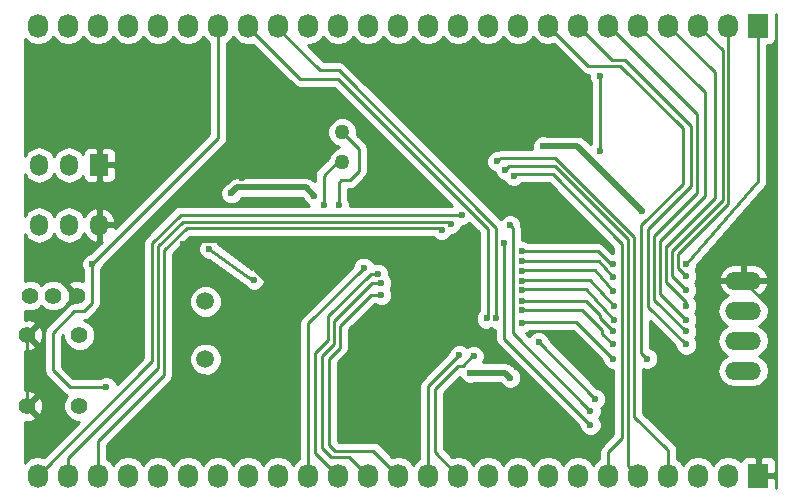
<source format=gbl>
G04 #@! TF.FileFunction,Copper,L2,Bot,Signal*
%FSLAX46Y46*%
G04 Gerber Fmt 4.6, Leading zero omitted, Abs format (unit mm)*
G04 Created by KiCad (PCBNEW 4.0.7-e2-6376~58~ubuntu14.04.1) date Sat Dec  9 10:48:14 2017*
%MOMM*%
%LPD*%
G01*
G04 APERTURE LIST*
%ADD10C,0.100000*%
%ADD11C,1.501140*%
%ADD12R,1.727200X2.032000*%
%ADD13O,1.727200X2.032000*%
%ADD14C,1.397000*%
%ADD15C,1.270000*%
%ADD16O,3.014980X1.506220*%
%ADD17C,1.400000*%
%ADD18R,1.524000X1.824000*%
%ADD19O,1.524000X1.824000*%
%ADD20C,0.600000*%
%ADD21C,0.500000*%
%ADD22C,0.250000*%
%ADD23C,0.254000*%
G04 APERTURE END LIST*
D10*
D11*
X131000000Y-99559060D03*
X131000000Y-104440940D03*
D12*
X177800000Y-76200000D03*
D13*
X175260000Y-76200000D03*
X172720000Y-76200000D03*
X170180000Y-76200000D03*
X167640000Y-76200000D03*
X165100000Y-76200000D03*
X162560000Y-76200000D03*
X160020000Y-76200000D03*
X157480000Y-76200000D03*
X154940000Y-76200000D03*
X152400000Y-76200000D03*
X149860000Y-76200000D03*
X147320000Y-76200000D03*
X144780000Y-76200000D03*
X142240000Y-76200000D03*
X139700000Y-76200000D03*
X137160000Y-76200000D03*
X134620000Y-76200000D03*
X132080000Y-76200000D03*
X129540000Y-76200000D03*
X127000000Y-76200000D03*
X124460000Y-76200000D03*
X121920000Y-76200000D03*
X119380000Y-76200000D03*
X116840000Y-76200000D03*
D12*
X177800000Y-114300000D03*
D13*
X175260000Y-114300000D03*
X172720000Y-114300000D03*
X170180000Y-114300000D03*
X167640000Y-114300000D03*
X165100000Y-114300000D03*
X162560000Y-114300000D03*
X160020000Y-114300000D03*
X157480000Y-114300000D03*
X154940000Y-114300000D03*
X152400000Y-114300000D03*
X149860000Y-114300000D03*
X147320000Y-114300000D03*
X144780000Y-114300000D03*
X142240000Y-114300000D03*
X139700000Y-114300000D03*
X137160000Y-114300000D03*
X134620000Y-114300000D03*
X132080000Y-114300000D03*
X129540000Y-114300000D03*
X127000000Y-114300000D03*
X124460000Y-114300000D03*
X121920000Y-114300000D03*
X119380000Y-114300000D03*
X116840000Y-114300000D03*
D14*
X115910000Y-102410000D03*
X120310000Y-102410000D03*
X115910000Y-108410000D03*
X120310000Y-108410000D03*
D15*
X142600000Y-87770000D03*
X142600000Y-85230000D03*
D16*
X176530000Y-97790000D03*
X176530000Y-105410000D03*
X176530000Y-102870000D03*
X176530000Y-100330000D03*
D17*
X120110000Y-99060000D03*
X118110000Y-99060000D03*
X116110000Y-99060000D03*
D18*
X122000000Y-88000000D03*
D19*
X122000000Y-93080000D03*
X119460000Y-88000000D03*
X119460000Y-93080000D03*
X116920000Y-88000000D03*
X116920000Y-93080000D03*
D20*
X158800000Y-82600000D03*
X150800000Y-82600000D03*
X136200000Y-79500000D03*
X150500000Y-100800000D03*
X153400000Y-100800000D03*
X164700000Y-94500000D03*
X160400000Y-91500000D03*
X146600000Y-88700000D03*
X148700000Y-89800000D03*
X149100000Y-95300000D03*
X153100000Y-93600000D03*
X140000000Y-88800000D03*
X134100000Y-89100000D03*
X136400000Y-98100000D03*
X129100000Y-94700000D03*
X135100000Y-94300000D03*
X153400000Y-105600000D03*
X156800000Y-106000000D03*
X168000000Y-91900000D03*
X159600000Y-86400000D03*
X164000000Y-107800000D03*
X159200000Y-103000000D03*
X133200000Y-90400000D03*
X140200000Y-90600000D03*
X135100000Y-97700000D03*
X131300000Y-95100000D03*
X141000000Y-91400000D03*
X142300000Y-91400000D03*
X157800000Y-95300000D03*
X165500000Y-96400000D03*
X171700000Y-96400000D03*
X165500000Y-97500000D03*
X171700000Y-97400000D03*
X157800000Y-96100000D03*
X171700000Y-98600000D03*
X165500000Y-98700000D03*
X157800000Y-97000000D03*
X157800000Y-97800000D03*
X165600000Y-99900000D03*
X171700000Y-99900000D03*
X171700000Y-101100000D03*
X165600000Y-101100000D03*
X157800000Y-98600000D03*
X171700000Y-102100000D03*
X165500000Y-102100000D03*
X157800000Y-99500000D03*
X157800000Y-100300000D03*
X165500000Y-103200000D03*
X171700000Y-103200000D03*
X157800000Y-101400000D03*
X165500000Y-104400000D03*
X168400000Y-104400000D03*
X164400000Y-80500000D03*
X164400000Y-86800000D03*
X155600000Y-101000000D03*
X154800000Y-101000000D03*
X122600000Y-106800000D03*
X121400000Y-96400000D03*
X163600000Y-108800000D03*
X156800000Y-93100000D03*
X163600000Y-110000000D03*
X156300000Y-94600000D03*
X155700000Y-87700000D03*
X156400000Y-88400000D03*
X157100000Y-88900000D03*
X153700000Y-104200000D03*
X152500000Y-104100000D03*
X145900000Y-99000000D03*
X145900000Y-98000000D03*
X145600000Y-97200000D03*
X144400000Y-96700000D03*
X151000000Y-93500000D03*
X151800000Y-93000000D03*
X152700000Y-92200000D03*
D21*
X158800000Y-82600000D02*
X150800000Y-82600000D01*
X136200000Y-79500000D02*
X140200000Y-83500000D01*
X140200000Y-83500000D02*
X143400000Y-83500000D01*
X143400000Y-83500000D02*
X146600000Y-86700000D01*
X146600000Y-86700000D02*
X146600000Y-88700000D01*
D22*
X153400000Y-100800000D02*
X150500000Y-100800000D01*
X177800000Y-114300000D02*
X177800000Y-108500000D01*
X177800000Y-108500000D02*
X178800000Y-107500000D01*
X178800000Y-107500000D02*
X178800000Y-100060000D01*
X178800000Y-100060000D02*
X176530000Y-97790000D01*
X163400000Y-94500000D02*
X164700000Y-94500000D01*
X160400000Y-91500000D02*
X163400000Y-94500000D01*
X147700000Y-89800000D02*
X148700000Y-89800000D01*
X146600000Y-88700000D02*
X147700000Y-89800000D01*
X151400000Y-95300000D02*
X149100000Y-95300000D01*
X153100000Y-93600000D02*
X151400000Y-95300000D01*
X134400000Y-88800000D02*
X140000000Y-88800000D01*
X134100000Y-89100000D02*
X134400000Y-88800000D01*
X135100000Y-94300000D02*
X135100000Y-96800000D01*
X135100000Y-96800000D02*
X136400000Y-98100000D01*
X129400000Y-94400000D02*
X129100000Y-94700000D01*
X135000000Y-94400000D02*
X129400000Y-94400000D01*
X135100000Y-94300000D02*
X135000000Y-94400000D01*
X115910000Y-102410000D02*
X115910000Y-108410000D01*
X120110000Y-99060000D02*
X120110000Y-99090000D01*
X120110000Y-99090000D02*
X118100000Y-101100000D01*
X117220000Y-101100000D02*
X115910000Y-102410000D01*
X118100000Y-101100000D02*
X117220000Y-101100000D01*
D21*
X153400000Y-105600000D02*
X156400000Y-105600000D01*
X156400000Y-105600000D02*
X156800000Y-106000000D01*
X168000000Y-91900000D02*
X162500000Y-86400000D01*
X162500000Y-86400000D02*
X159600000Y-86400000D01*
D22*
X164000000Y-107800000D02*
X164000000Y-107800000D01*
X159200000Y-103000000D02*
X164000000Y-107800000D01*
D21*
X133200000Y-90400000D02*
X133700000Y-89900000D01*
X133700000Y-89900000D02*
X139500000Y-89900000D01*
X139500000Y-89900000D02*
X140200000Y-90600000D01*
D22*
X134900000Y-97700000D02*
X135100000Y-97700000D01*
X131300000Y-95100000D02*
X134900000Y-97700000D01*
X141000000Y-88900000D02*
X142130000Y-87770000D01*
X141000000Y-91400000D02*
X141000000Y-88900000D01*
X142130000Y-87770000D02*
X142600000Y-87770000D01*
X144000000Y-86630000D02*
X142600000Y-85230000D01*
X144000000Y-88500000D02*
X144000000Y-86630000D01*
X143200000Y-89300000D02*
X144000000Y-88500000D01*
X142500000Y-89300000D02*
X143200000Y-89300000D01*
X142300000Y-89500000D02*
X142500000Y-89300000D01*
X142300000Y-91400000D02*
X142300000Y-89500000D01*
X157800000Y-95300000D02*
X164200000Y-95300000D01*
X164200000Y-95300000D02*
X165300000Y-96400000D01*
X165300000Y-96400000D02*
X165500000Y-96400000D01*
X171700000Y-96400000D02*
X177800000Y-89385000D01*
X177800000Y-76160000D02*
X177800000Y-89385000D01*
X171050000Y-95550000D02*
X171050000Y-96750000D01*
X157800000Y-96100000D02*
X164300000Y-96100000D01*
X164300000Y-96100000D02*
X165500000Y-97500000D01*
X171050000Y-95550000D02*
X175270367Y-91329633D01*
X175270367Y-91329633D02*
X175259931Y-76100000D01*
X171050000Y-96750000D02*
X171700000Y-97400000D01*
X157800000Y-96100000D02*
X157800000Y-96100000D01*
X170500000Y-95300000D02*
X170500000Y-97400000D01*
X170500000Y-95300000D02*
X174800000Y-91000000D01*
X174800000Y-91000000D02*
X174800000Y-78280000D01*
X174800000Y-78280000D02*
X172720000Y-76200000D01*
X170500000Y-97400000D02*
X171700000Y-98600000D01*
X164000000Y-96900000D02*
X165500000Y-98700000D01*
X157900000Y-96900000D02*
X164000000Y-96900000D01*
X157800000Y-97000000D02*
X157900000Y-96900000D01*
X170000000Y-94900000D02*
X170000000Y-97900000D01*
X170180000Y-76200000D02*
X174100000Y-80120000D01*
X174100000Y-90800000D02*
X174100000Y-80120000D01*
X170050000Y-94850000D02*
X174100000Y-90800000D01*
X170000000Y-94900000D02*
X170050000Y-94850000D01*
X171700000Y-99600000D02*
X171700000Y-99900000D01*
X170000000Y-97900000D02*
X171700000Y-99600000D01*
X157800000Y-97800000D02*
X157900000Y-97700000D01*
X157900000Y-97700000D02*
X163600000Y-97700000D01*
X163600000Y-97700000D02*
X165600000Y-99900000D01*
X171700000Y-99900000D02*
X171600000Y-99800000D01*
X169500000Y-94400000D02*
X169500000Y-98900000D01*
X167640000Y-76200000D02*
X173300000Y-81860000D01*
X173300000Y-90600000D02*
X173300000Y-81860000D01*
X169500000Y-94400000D02*
X173300000Y-90600000D01*
X169500000Y-98900000D02*
X171700000Y-101100000D01*
X171700000Y-101100000D02*
X171600000Y-101000000D01*
X163200000Y-98500000D02*
X165600000Y-101100000D01*
X157900000Y-98500000D02*
X163200000Y-98500000D01*
X157800000Y-98600000D02*
X157900000Y-98500000D01*
X172600000Y-83700000D02*
X165050000Y-76150000D01*
X172600000Y-90400000D02*
X172600000Y-83700000D01*
X169000000Y-94000000D02*
X172600000Y-90400000D01*
X169000000Y-99400000D02*
X169000000Y-94000000D01*
X171700000Y-102100000D02*
X169000000Y-99400000D01*
X164400000Y-101000000D02*
X165500000Y-102100000D01*
X164400000Y-100700000D02*
X164400000Y-101000000D01*
X163200000Y-99500000D02*
X164400000Y-100700000D01*
X157800000Y-99500000D02*
X163200000Y-99500000D01*
X166500000Y-79100000D02*
X165460000Y-79100000D01*
X157800000Y-100300000D02*
X162900000Y-100300000D01*
X162900000Y-100300000D02*
X164600000Y-102000000D01*
X164600000Y-102000000D02*
X164600000Y-102300000D01*
X164600000Y-102300000D02*
X165500000Y-103200000D01*
X171700000Y-103200000D02*
X168500000Y-100000000D01*
X168500000Y-100000000D02*
X168500000Y-93400000D01*
X168500000Y-93400000D02*
X172100000Y-89800000D01*
X172100000Y-89800000D02*
X172100000Y-84700000D01*
X172100000Y-84700000D02*
X166500000Y-79100000D01*
X165460000Y-79100000D02*
X162560000Y-76200000D01*
X164100000Y-79600000D02*
X163420000Y-79600000D01*
X157800000Y-101400000D02*
X157900000Y-101300000D01*
X157900000Y-101300000D02*
X162400000Y-101300000D01*
X162400000Y-101300000D02*
X165500000Y-104400000D01*
X168400000Y-104400000D02*
X167900000Y-103900000D01*
X167900000Y-103900000D02*
X167900000Y-93100000D01*
X167900000Y-93100000D02*
X171400000Y-89600000D01*
X171400000Y-89600000D02*
X171400000Y-84900000D01*
X171400000Y-84900000D02*
X166100000Y-79600000D01*
X166100000Y-79600000D02*
X164100000Y-79600000D01*
X163420000Y-79600000D02*
X160020000Y-76200000D01*
X164400000Y-86800000D02*
X164400000Y-80500000D01*
X140700000Y-80000000D02*
X137100000Y-76400000D01*
X142300000Y-80000000D02*
X140700000Y-80000000D01*
X155600000Y-93300000D02*
X142300000Y-80000000D01*
X155600000Y-101000000D02*
X155600000Y-93300000D01*
X139000000Y-80700000D02*
X134600000Y-76300000D01*
X142200000Y-80700000D02*
X139000000Y-80700000D01*
X154900000Y-93400000D02*
X142200000Y-80700000D01*
X154900000Y-100900000D02*
X154900000Y-93400000D01*
X154800000Y-101000000D02*
X154900000Y-100900000D01*
X121400000Y-99700000D02*
X121400000Y-96400000D01*
X120700000Y-100400000D02*
X121400000Y-99700000D01*
X119900000Y-100400000D02*
X120700000Y-100400000D01*
X118100000Y-102200000D02*
X119900000Y-100400000D01*
X118100000Y-105400000D02*
X118100000Y-102200000D01*
X119500000Y-106800000D02*
X118100000Y-105400000D01*
X122600000Y-106800000D02*
X119500000Y-106800000D01*
X132080000Y-85720000D02*
X132080000Y-76130000D01*
X121400000Y-96400000D02*
X132080000Y-85720000D01*
X157000000Y-102200000D02*
X163600000Y-108800000D01*
X157000000Y-93300000D02*
X157000000Y-102200000D01*
X156800000Y-93100000D02*
X157000000Y-93300000D01*
X156300000Y-102700000D02*
X163600000Y-110000000D01*
X156300000Y-94600000D02*
X156300000Y-102700000D01*
X156300000Y-94600000D02*
X156300000Y-94600000D01*
X170180000Y-114300000D02*
X170180000Y-112180000D01*
X155700000Y-87700000D02*
X156000000Y-87400000D01*
X156000000Y-87400000D02*
X160600000Y-87400000D01*
X160600000Y-87400000D02*
X167300000Y-94100000D01*
X167300000Y-94100000D02*
X167300000Y-109300000D01*
X167300000Y-109300000D02*
X170000000Y-112000000D01*
X170180000Y-112180000D02*
X170000000Y-112000000D01*
X166800000Y-112600000D02*
X166800000Y-113460000D01*
X166800000Y-94300000D02*
X166800000Y-112600000D01*
X160600000Y-88100000D02*
X166800000Y-94300000D01*
X156700000Y-88100000D02*
X160600000Y-88100000D01*
X156400000Y-88400000D02*
X156700000Y-88100000D01*
X166800000Y-113460000D02*
X167640000Y-114300000D01*
X166960000Y-113620000D02*
X167640000Y-114300000D01*
X165100000Y-112300000D02*
X165100000Y-114300000D01*
X166300000Y-111100000D02*
X165100000Y-112300000D01*
X166300000Y-94700000D02*
X166300000Y-111100000D01*
X160400000Y-88800000D02*
X166300000Y-94700000D01*
X157200000Y-88800000D02*
X160400000Y-88800000D01*
X157100000Y-88900000D02*
X157200000Y-88800000D01*
X153700000Y-104200000D02*
X153600000Y-104200000D01*
X150400000Y-112300000D02*
X152400000Y-114300000D01*
X150400000Y-107000000D02*
X150400000Y-112300000D01*
X152400000Y-105000000D02*
X150400000Y-107000000D01*
X152800000Y-105000000D02*
X152400000Y-105000000D01*
X153600000Y-104200000D02*
X152800000Y-105000000D01*
X149860000Y-106740000D02*
X149860000Y-114300000D01*
X152500000Y-104100000D02*
X149860000Y-106740000D01*
X145900000Y-99000000D02*
X145000000Y-99000000D01*
X145220000Y-112200000D02*
X147320000Y-114300000D01*
X142000000Y-112200000D02*
X145220000Y-112200000D01*
X141500000Y-111700000D02*
X142000000Y-112200000D01*
X141500000Y-104400000D02*
X141500000Y-111700000D01*
X142400000Y-103500000D02*
X141500000Y-104400000D01*
X142400000Y-101600000D02*
X142400000Y-103500000D01*
X145000000Y-99000000D02*
X142400000Y-101600000D01*
X145900000Y-98000000D02*
X145100000Y-98000000D01*
X143180000Y-112700000D02*
X144780000Y-114300000D01*
X141600000Y-112700000D02*
X143180000Y-112700000D01*
X140900000Y-112000000D02*
X141600000Y-112700000D01*
X140900000Y-104200000D02*
X140900000Y-112000000D01*
X141900000Y-103200000D02*
X140900000Y-104200000D01*
X141900000Y-101200000D02*
X141900000Y-103200000D01*
X145100000Y-98000000D02*
X141900000Y-101200000D01*
X145600000Y-97200000D02*
X145000000Y-97200000D01*
X140300000Y-112360000D02*
X142240000Y-114300000D01*
X140300000Y-103900000D02*
X140300000Y-112360000D01*
X141400000Y-102800000D02*
X140300000Y-103900000D01*
X141400000Y-100800000D02*
X141400000Y-102800000D01*
X145000000Y-97200000D02*
X141400000Y-100800000D01*
X139700000Y-101400000D02*
X139700000Y-114300000D01*
X144400000Y-96700000D02*
X139700000Y-101400000D01*
X121920000Y-111380000D02*
X121920000Y-114300000D01*
X127500000Y-105800000D02*
X121920000Y-111380000D01*
X127500000Y-95200000D02*
X127500000Y-105800000D01*
X129400000Y-93300000D02*
X127500000Y-95200000D01*
X150800000Y-93300000D02*
X129400000Y-93300000D01*
X151000000Y-93500000D02*
X150800000Y-93300000D01*
X119380000Y-112820000D02*
X119380000Y-114300000D01*
X127000000Y-105200000D02*
X119380000Y-112820000D01*
X127000000Y-94900000D02*
X127000000Y-105200000D01*
X129100000Y-92800000D02*
X127000000Y-94900000D01*
X151600000Y-92800000D02*
X129100000Y-92800000D01*
X151800000Y-93000000D02*
X151600000Y-92800000D01*
X126500000Y-104640000D02*
X116840000Y-114300000D01*
X126500000Y-94600000D02*
X126500000Y-104640000D01*
X128900000Y-92200000D02*
X126500000Y-94600000D01*
X152800000Y-92200000D02*
X128900000Y-92200000D01*
D23*
G36*
X179315000Y-115315000D02*
X179298600Y-115315000D01*
X179298600Y-114585750D01*
X179139850Y-114427000D01*
X177927000Y-114427000D01*
X177927000Y-114447000D01*
X177673000Y-114447000D01*
X177673000Y-114427000D01*
X177653000Y-114427000D01*
X177653000Y-114173000D01*
X177673000Y-114173000D01*
X177673000Y-112807750D01*
X177927000Y-112807750D01*
X177927000Y-114173000D01*
X179139850Y-114173000D01*
X179298600Y-114014250D01*
X179298600Y-113157691D01*
X179201927Y-112924302D01*
X179023299Y-112745673D01*
X178789910Y-112649000D01*
X178085750Y-112649000D01*
X177927000Y-112807750D01*
X177673000Y-112807750D01*
X177514250Y-112649000D01*
X176810090Y-112649000D01*
X176576701Y-112745673D01*
X176398073Y-112924302D01*
X176334500Y-113077780D01*
X176319670Y-113055585D01*
X175833489Y-112730729D01*
X175260000Y-112616655D01*
X174686511Y-112730729D01*
X174200330Y-113055585D01*
X173990000Y-113370366D01*
X173779670Y-113055585D01*
X173293489Y-112730729D01*
X172720000Y-112616655D01*
X172146511Y-112730729D01*
X171660330Y-113055585D01*
X171450000Y-113370366D01*
X171239670Y-113055585D01*
X170940000Y-112855352D01*
X170940000Y-112180000D01*
X170882148Y-111889161D01*
X170882148Y-111889160D01*
X170717401Y-111642599D01*
X168060000Y-108985198D01*
X168060000Y-105271223D01*
X168213201Y-105334838D01*
X168585167Y-105335162D01*
X168928943Y-105193117D01*
X169192192Y-104930327D01*
X169334838Y-104586799D01*
X169335162Y-104214833D01*
X169193117Y-103871057D01*
X168930327Y-103607808D01*
X168660000Y-103495558D01*
X168660000Y-101234802D01*
X170764878Y-103339680D01*
X170764838Y-103385167D01*
X170906883Y-103728943D01*
X171169673Y-103992192D01*
X171513201Y-104134838D01*
X171885167Y-104135162D01*
X172228943Y-103993117D01*
X172492192Y-103730327D01*
X172634838Y-103386799D01*
X172635162Y-103014833D01*
X172493117Y-102671057D01*
X172472290Y-102650194D01*
X172492192Y-102630327D01*
X172634838Y-102286799D01*
X172635162Y-101914833D01*
X172504931Y-101599649D01*
X172634838Y-101286799D01*
X172635162Y-100914833D01*
X172493117Y-100571057D01*
X172422290Y-100500107D01*
X172492192Y-100430327D01*
X172533851Y-100330000D01*
X174345536Y-100330000D01*
X174451200Y-100861207D01*
X174752104Y-101311542D01*
X175183812Y-101600000D01*
X174752104Y-101888458D01*
X174451200Y-102338793D01*
X174345536Y-102870000D01*
X174451200Y-103401207D01*
X174752104Y-103851542D01*
X175183812Y-104140000D01*
X174752104Y-104428458D01*
X174451200Y-104878793D01*
X174345536Y-105410000D01*
X174451200Y-105941207D01*
X174752104Y-106391542D01*
X175202439Y-106692446D01*
X175733646Y-106798110D01*
X177326354Y-106798110D01*
X177857561Y-106692446D01*
X178307896Y-106391542D01*
X178608800Y-105941207D01*
X178714464Y-105410000D01*
X178608800Y-104878793D01*
X178307896Y-104428458D01*
X177876188Y-104140000D01*
X178307896Y-103851542D01*
X178608800Y-103401207D01*
X178714464Y-102870000D01*
X178608800Y-102338793D01*
X178307896Y-101888458D01*
X177876188Y-101600000D01*
X178307896Y-101311542D01*
X178608800Y-100861207D01*
X178714464Y-100330000D01*
X178608800Y-99798793D01*
X178307896Y-99348458D01*
X177857561Y-99047554D01*
X177854694Y-99046984D01*
X177932919Y-99023846D01*
X178355724Y-98681740D01*
X178615427Y-98203875D01*
X178629783Y-98131674D01*
X178507162Y-97917000D01*
X176657000Y-97917000D01*
X176657000Y-97937000D01*
X176403000Y-97937000D01*
X176403000Y-97917000D01*
X174552838Y-97917000D01*
X174430217Y-98131674D01*
X174444573Y-98203875D01*
X174704276Y-98681740D01*
X175127081Y-99023846D01*
X175205306Y-99046984D01*
X175202439Y-99047554D01*
X174752104Y-99348458D01*
X174451200Y-99798793D01*
X174345536Y-100330000D01*
X172533851Y-100330000D01*
X172634838Y-100086799D01*
X172635162Y-99714833D01*
X172493117Y-99371057D01*
X172372290Y-99250019D01*
X172492192Y-99130327D01*
X172634838Y-98786799D01*
X172635162Y-98414833D01*
X172493117Y-98071057D01*
X172422290Y-98000107D01*
X172492192Y-97930327D01*
X172634838Y-97586799D01*
X172634958Y-97448326D01*
X174430217Y-97448326D01*
X174552838Y-97663000D01*
X176403000Y-97663000D01*
X176403000Y-96401890D01*
X176657000Y-96401890D01*
X176657000Y-97663000D01*
X178507162Y-97663000D01*
X178629783Y-97448326D01*
X178615427Y-97376125D01*
X178355724Y-96898260D01*
X177932919Y-96556154D01*
X177411380Y-96401890D01*
X176657000Y-96401890D01*
X176403000Y-96401890D01*
X175648620Y-96401890D01*
X175127081Y-96556154D01*
X174704276Y-96898260D01*
X174444573Y-97376125D01*
X174430217Y-97448326D01*
X172634958Y-97448326D01*
X172635162Y-97214833D01*
X172504931Y-96899649D01*
X172634838Y-96586799D01*
X172634928Y-96483053D01*
X178373500Y-89883696D01*
X178434204Y-89777524D01*
X178502148Y-89675839D01*
X178507379Y-89649542D01*
X178520687Y-89626266D01*
X178536140Y-89504951D01*
X178560000Y-89385000D01*
X178560000Y-77863440D01*
X178663600Y-77863440D01*
X178898917Y-77819162D01*
X179115041Y-77680090D01*
X179260031Y-77467890D01*
X179311040Y-77216000D01*
X179311040Y-75185000D01*
X179315000Y-75185000D01*
X179315000Y-115315000D01*
X179315000Y-115315000D01*
G37*
X179315000Y-115315000D02*
X179298600Y-115315000D01*
X179298600Y-114585750D01*
X179139850Y-114427000D01*
X177927000Y-114427000D01*
X177927000Y-114447000D01*
X177673000Y-114447000D01*
X177673000Y-114427000D01*
X177653000Y-114427000D01*
X177653000Y-114173000D01*
X177673000Y-114173000D01*
X177673000Y-112807750D01*
X177927000Y-112807750D01*
X177927000Y-114173000D01*
X179139850Y-114173000D01*
X179298600Y-114014250D01*
X179298600Y-113157691D01*
X179201927Y-112924302D01*
X179023299Y-112745673D01*
X178789910Y-112649000D01*
X178085750Y-112649000D01*
X177927000Y-112807750D01*
X177673000Y-112807750D01*
X177514250Y-112649000D01*
X176810090Y-112649000D01*
X176576701Y-112745673D01*
X176398073Y-112924302D01*
X176334500Y-113077780D01*
X176319670Y-113055585D01*
X175833489Y-112730729D01*
X175260000Y-112616655D01*
X174686511Y-112730729D01*
X174200330Y-113055585D01*
X173990000Y-113370366D01*
X173779670Y-113055585D01*
X173293489Y-112730729D01*
X172720000Y-112616655D01*
X172146511Y-112730729D01*
X171660330Y-113055585D01*
X171450000Y-113370366D01*
X171239670Y-113055585D01*
X170940000Y-112855352D01*
X170940000Y-112180000D01*
X170882148Y-111889161D01*
X170882148Y-111889160D01*
X170717401Y-111642599D01*
X168060000Y-108985198D01*
X168060000Y-105271223D01*
X168213201Y-105334838D01*
X168585167Y-105335162D01*
X168928943Y-105193117D01*
X169192192Y-104930327D01*
X169334838Y-104586799D01*
X169335162Y-104214833D01*
X169193117Y-103871057D01*
X168930327Y-103607808D01*
X168660000Y-103495558D01*
X168660000Y-101234802D01*
X170764878Y-103339680D01*
X170764838Y-103385167D01*
X170906883Y-103728943D01*
X171169673Y-103992192D01*
X171513201Y-104134838D01*
X171885167Y-104135162D01*
X172228943Y-103993117D01*
X172492192Y-103730327D01*
X172634838Y-103386799D01*
X172635162Y-103014833D01*
X172493117Y-102671057D01*
X172472290Y-102650194D01*
X172492192Y-102630327D01*
X172634838Y-102286799D01*
X172635162Y-101914833D01*
X172504931Y-101599649D01*
X172634838Y-101286799D01*
X172635162Y-100914833D01*
X172493117Y-100571057D01*
X172422290Y-100500107D01*
X172492192Y-100430327D01*
X172533851Y-100330000D01*
X174345536Y-100330000D01*
X174451200Y-100861207D01*
X174752104Y-101311542D01*
X175183812Y-101600000D01*
X174752104Y-101888458D01*
X174451200Y-102338793D01*
X174345536Y-102870000D01*
X174451200Y-103401207D01*
X174752104Y-103851542D01*
X175183812Y-104140000D01*
X174752104Y-104428458D01*
X174451200Y-104878793D01*
X174345536Y-105410000D01*
X174451200Y-105941207D01*
X174752104Y-106391542D01*
X175202439Y-106692446D01*
X175733646Y-106798110D01*
X177326354Y-106798110D01*
X177857561Y-106692446D01*
X178307896Y-106391542D01*
X178608800Y-105941207D01*
X178714464Y-105410000D01*
X178608800Y-104878793D01*
X178307896Y-104428458D01*
X177876188Y-104140000D01*
X178307896Y-103851542D01*
X178608800Y-103401207D01*
X178714464Y-102870000D01*
X178608800Y-102338793D01*
X178307896Y-101888458D01*
X177876188Y-101600000D01*
X178307896Y-101311542D01*
X178608800Y-100861207D01*
X178714464Y-100330000D01*
X178608800Y-99798793D01*
X178307896Y-99348458D01*
X177857561Y-99047554D01*
X177854694Y-99046984D01*
X177932919Y-99023846D01*
X178355724Y-98681740D01*
X178615427Y-98203875D01*
X178629783Y-98131674D01*
X178507162Y-97917000D01*
X176657000Y-97917000D01*
X176657000Y-97937000D01*
X176403000Y-97937000D01*
X176403000Y-97917000D01*
X174552838Y-97917000D01*
X174430217Y-98131674D01*
X174444573Y-98203875D01*
X174704276Y-98681740D01*
X175127081Y-99023846D01*
X175205306Y-99046984D01*
X175202439Y-99047554D01*
X174752104Y-99348458D01*
X174451200Y-99798793D01*
X174345536Y-100330000D01*
X172533851Y-100330000D01*
X172634838Y-100086799D01*
X172635162Y-99714833D01*
X172493117Y-99371057D01*
X172372290Y-99250019D01*
X172492192Y-99130327D01*
X172634838Y-98786799D01*
X172635162Y-98414833D01*
X172493117Y-98071057D01*
X172422290Y-98000107D01*
X172492192Y-97930327D01*
X172634838Y-97586799D01*
X172634958Y-97448326D01*
X174430217Y-97448326D01*
X174552838Y-97663000D01*
X176403000Y-97663000D01*
X176403000Y-96401890D01*
X176657000Y-96401890D01*
X176657000Y-97663000D01*
X178507162Y-97663000D01*
X178629783Y-97448326D01*
X178615427Y-97376125D01*
X178355724Y-96898260D01*
X177932919Y-96556154D01*
X177411380Y-96401890D01*
X176657000Y-96401890D01*
X176403000Y-96401890D01*
X175648620Y-96401890D01*
X175127081Y-96556154D01*
X174704276Y-96898260D01*
X174444573Y-97376125D01*
X174430217Y-97448326D01*
X172634958Y-97448326D01*
X172635162Y-97214833D01*
X172504931Y-96899649D01*
X172634838Y-96586799D01*
X172634928Y-96483053D01*
X178373500Y-89883696D01*
X178434204Y-89777524D01*
X178502148Y-89675839D01*
X178507379Y-89649542D01*
X178520687Y-89626266D01*
X178536140Y-89504951D01*
X178560000Y-89385000D01*
X178560000Y-77863440D01*
X178663600Y-77863440D01*
X178898917Y-77819162D01*
X179115041Y-77680090D01*
X179260031Y-77467890D01*
X179311040Y-77216000D01*
X179311040Y-75185000D01*
X179315000Y-75185000D01*
X179315000Y-115315000D01*
G36*
X154140000Y-93714802D02*
X154140000Y-100337711D01*
X154007808Y-100469673D01*
X153865162Y-100813201D01*
X153864838Y-101185167D01*
X154006883Y-101528943D01*
X154269673Y-101792192D01*
X154613201Y-101934838D01*
X154985167Y-101935162D01*
X155200104Y-101846352D01*
X155413201Y-101934838D01*
X155540000Y-101934948D01*
X155540000Y-102700000D01*
X155597852Y-102990839D01*
X155762599Y-103237401D01*
X162664878Y-110139680D01*
X162664838Y-110185167D01*
X162806883Y-110528943D01*
X163069673Y-110792192D01*
X163413201Y-110934838D01*
X163785167Y-110935162D01*
X164128943Y-110793117D01*
X164392192Y-110530327D01*
X164534838Y-110186799D01*
X164535162Y-109814833D01*
X164393117Y-109471057D01*
X164322290Y-109400107D01*
X164392192Y-109330327D01*
X164534838Y-108986799D01*
X164535162Y-108614833D01*
X164526591Y-108594089D01*
X164528943Y-108593117D01*
X164792192Y-108330327D01*
X164934838Y-107986799D01*
X164935162Y-107614833D01*
X164793117Y-107271057D01*
X164530327Y-107007808D01*
X164186799Y-106865162D01*
X164139923Y-106865121D01*
X160135122Y-102860320D01*
X160135162Y-102814833D01*
X159993117Y-102471057D01*
X159730327Y-102207808D01*
X159386799Y-102065162D01*
X159014833Y-102064838D01*
X158671057Y-102206883D01*
X158407808Y-102469673D01*
X158389226Y-102514424D01*
X158144238Y-102269436D01*
X158328943Y-102193117D01*
X158462293Y-102060000D01*
X162085198Y-102060000D01*
X164564878Y-104539680D01*
X164564838Y-104585167D01*
X164706883Y-104928943D01*
X164969673Y-105192192D01*
X165313201Y-105334838D01*
X165540000Y-105335036D01*
X165540000Y-110785198D01*
X164562599Y-111762599D01*
X164397852Y-112009161D01*
X164340000Y-112300000D01*
X164340000Y-112855352D01*
X164040330Y-113055585D01*
X163830000Y-113370366D01*
X163619670Y-113055585D01*
X163133489Y-112730729D01*
X162560000Y-112616655D01*
X161986511Y-112730729D01*
X161500330Y-113055585D01*
X161290000Y-113370366D01*
X161079670Y-113055585D01*
X160593489Y-112730729D01*
X160020000Y-112616655D01*
X159446511Y-112730729D01*
X158960330Y-113055585D01*
X158750000Y-113370366D01*
X158539670Y-113055585D01*
X158053489Y-112730729D01*
X157480000Y-112616655D01*
X156906511Y-112730729D01*
X156420330Y-113055585D01*
X156210000Y-113370366D01*
X155999670Y-113055585D01*
X155513489Y-112730729D01*
X154940000Y-112616655D01*
X154366511Y-112730729D01*
X153880330Y-113055585D01*
X153670000Y-113370366D01*
X153459670Y-113055585D01*
X152973489Y-112730729D01*
X152400000Y-112616655D01*
X151892421Y-112717619D01*
X151160000Y-111985198D01*
X151160000Y-107314802D01*
X152530564Y-105944238D01*
X152606883Y-106128943D01*
X152869673Y-106392192D01*
X153213201Y-106534838D01*
X153585167Y-106535162D01*
X153706569Y-106485000D01*
X155988726Y-106485000D01*
X156006883Y-106528943D01*
X156269673Y-106792192D01*
X156613201Y-106934838D01*
X156985167Y-106935162D01*
X157328943Y-106793117D01*
X157592192Y-106530327D01*
X157734838Y-106186799D01*
X157735162Y-105814833D01*
X157593117Y-105471057D01*
X157330327Y-105207808D01*
X157209014Y-105157434D01*
X157025790Y-104974210D01*
X156958043Y-104928943D01*
X156738675Y-104782367D01*
X156682484Y-104771190D01*
X156400000Y-104714999D01*
X156399995Y-104715000D01*
X154498556Y-104715000D01*
X154634838Y-104386799D01*
X154635162Y-104014833D01*
X154493117Y-103671057D01*
X154230327Y-103407808D01*
X153886799Y-103265162D01*
X153514833Y-103264838D01*
X153171057Y-103406883D01*
X153150107Y-103427797D01*
X153030327Y-103307808D01*
X152686799Y-103165162D01*
X152314833Y-103164838D01*
X151971057Y-103306883D01*
X151707808Y-103569673D01*
X151565162Y-103913201D01*
X151565121Y-103960077D01*
X149322599Y-106202599D01*
X149157852Y-106449161D01*
X149100000Y-106740000D01*
X149100000Y-112855352D01*
X148800330Y-113055585D01*
X148590000Y-113370366D01*
X148379670Y-113055585D01*
X147893489Y-112730729D01*
X147320000Y-112616655D01*
X146812421Y-112717619D01*
X145757401Y-111662599D01*
X145510839Y-111497852D01*
X145220000Y-111440000D01*
X142314802Y-111440000D01*
X142260000Y-111385198D01*
X142260000Y-104714802D01*
X142937401Y-104037401D01*
X143102148Y-103790840D01*
X143160000Y-103500000D01*
X143160000Y-101914802D01*
X145314802Y-99760000D01*
X145337537Y-99760000D01*
X145369673Y-99792192D01*
X145713201Y-99934838D01*
X146085167Y-99935162D01*
X146428943Y-99793117D01*
X146692192Y-99530327D01*
X146834838Y-99186799D01*
X146835162Y-98814833D01*
X146704931Y-98499649D01*
X146834838Y-98186799D01*
X146835162Y-97814833D01*
X146693117Y-97471057D01*
X146534903Y-97312566D01*
X146535162Y-97014833D01*
X146393117Y-96671057D01*
X146130327Y-96407808D01*
X145786799Y-96265162D01*
X145414833Y-96264838D01*
X145258548Y-96329413D01*
X145193117Y-96171057D01*
X144930327Y-95907808D01*
X144586799Y-95765162D01*
X144214833Y-95764838D01*
X143871057Y-95906883D01*
X143607808Y-96169673D01*
X143465162Y-96513201D01*
X143465121Y-96560077D01*
X139162599Y-100862599D01*
X138997852Y-101109161D01*
X138940000Y-101400000D01*
X138940000Y-112855352D01*
X138640330Y-113055585D01*
X138430000Y-113370366D01*
X138219670Y-113055585D01*
X137733489Y-112730729D01*
X137160000Y-112616655D01*
X136586511Y-112730729D01*
X136100330Y-113055585D01*
X135890000Y-113370366D01*
X135679670Y-113055585D01*
X135193489Y-112730729D01*
X134620000Y-112616655D01*
X134046511Y-112730729D01*
X133560330Y-113055585D01*
X133350000Y-113370366D01*
X133139670Y-113055585D01*
X132653489Y-112730729D01*
X132080000Y-112616655D01*
X131506511Y-112730729D01*
X131020330Y-113055585D01*
X130810000Y-113370366D01*
X130599670Y-113055585D01*
X130113489Y-112730729D01*
X129540000Y-112616655D01*
X128966511Y-112730729D01*
X128480330Y-113055585D01*
X128270000Y-113370366D01*
X128059670Y-113055585D01*
X127573489Y-112730729D01*
X127000000Y-112616655D01*
X126426511Y-112730729D01*
X125940330Y-113055585D01*
X125730000Y-113370366D01*
X125519670Y-113055585D01*
X125033489Y-112730729D01*
X124460000Y-112616655D01*
X123886511Y-112730729D01*
X123400330Y-113055585D01*
X123190000Y-113370366D01*
X122979670Y-113055585D01*
X122680000Y-112855352D01*
X122680000Y-111694802D01*
X128037401Y-106337401D01*
X128202148Y-106090839D01*
X128260000Y-105800000D01*
X128260000Y-104715338D01*
X129614190Y-104715338D01*
X129824686Y-105224777D01*
X130214113Y-105614884D01*
X130723184Y-105826269D01*
X131274398Y-105826750D01*
X131783837Y-105616254D01*
X132173944Y-105226827D01*
X132385329Y-104717756D01*
X132385810Y-104166542D01*
X132175314Y-103657103D01*
X131785887Y-103266996D01*
X131276816Y-103055611D01*
X130725602Y-103055130D01*
X130216163Y-103265626D01*
X129826056Y-103655053D01*
X129614671Y-104164124D01*
X129614190Y-104715338D01*
X128260000Y-104715338D01*
X128260000Y-99833458D01*
X129614190Y-99833458D01*
X129824686Y-100342897D01*
X130214113Y-100733004D01*
X130723184Y-100944389D01*
X131274398Y-100944870D01*
X131783837Y-100734374D01*
X132173944Y-100344947D01*
X132385329Y-99835876D01*
X132385810Y-99284662D01*
X132175314Y-98775223D01*
X131785887Y-98385116D01*
X131276816Y-98173731D01*
X130725602Y-98173250D01*
X130216163Y-98383746D01*
X129826056Y-98773173D01*
X129614671Y-99282244D01*
X129614190Y-99833458D01*
X128260000Y-99833458D01*
X128260000Y-95514802D01*
X128489635Y-95285167D01*
X130364838Y-95285167D01*
X130506883Y-95628943D01*
X130769673Y-95892192D01*
X131113201Y-96034838D01*
X131296556Y-96034998D01*
X134295210Y-98200693D01*
X134306883Y-98228943D01*
X134569673Y-98492192D01*
X134913201Y-98634838D01*
X135285167Y-98635162D01*
X135628943Y-98493117D01*
X135892192Y-98230327D01*
X136034838Y-97886799D01*
X136035162Y-97514833D01*
X135893117Y-97171057D01*
X135630327Y-96907808D01*
X135286799Y-96765162D01*
X134914833Y-96764838D01*
X134907444Y-96767891D01*
X132189859Y-94805190D01*
X132093117Y-94571057D01*
X131830327Y-94307808D01*
X131486799Y-94165162D01*
X131114833Y-94164838D01*
X130771057Y-94306883D01*
X130507808Y-94569673D01*
X130365162Y-94913201D01*
X130364838Y-95285167D01*
X128489635Y-95285167D01*
X129714802Y-94060000D01*
X150237886Y-94060000D01*
X150469673Y-94292192D01*
X150813201Y-94434838D01*
X151185167Y-94435162D01*
X151528943Y-94293117D01*
X151792192Y-94030327D01*
X151831764Y-93935028D01*
X151985167Y-93935162D01*
X152328943Y-93793117D01*
X152592192Y-93530327D01*
X152734838Y-93186799D01*
X152734883Y-93135031D01*
X152885167Y-93135162D01*
X153228943Y-92993117D01*
X153323712Y-92898514D01*
X154140000Y-93714802D01*
X154140000Y-93714802D01*
G37*
X154140000Y-93714802D02*
X154140000Y-100337711D01*
X154007808Y-100469673D01*
X153865162Y-100813201D01*
X153864838Y-101185167D01*
X154006883Y-101528943D01*
X154269673Y-101792192D01*
X154613201Y-101934838D01*
X154985167Y-101935162D01*
X155200104Y-101846352D01*
X155413201Y-101934838D01*
X155540000Y-101934948D01*
X155540000Y-102700000D01*
X155597852Y-102990839D01*
X155762599Y-103237401D01*
X162664878Y-110139680D01*
X162664838Y-110185167D01*
X162806883Y-110528943D01*
X163069673Y-110792192D01*
X163413201Y-110934838D01*
X163785167Y-110935162D01*
X164128943Y-110793117D01*
X164392192Y-110530327D01*
X164534838Y-110186799D01*
X164535162Y-109814833D01*
X164393117Y-109471057D01*
X164322290Y-109400107D01*
X164392192Y-109330327D01*
X164534838Y-108986799D01*
X164535162Y-108614833D01*
X164526591Y-108594089D01*
X164528943Y-108593117D01*
X164792192Y-108330327D01*
X164934838Y-107986799D01*
X164935162Y-107614833D01*
X164793117Y-107271057D01*
X164530327Y-107007808D01*
X164186799Y-106865162D01*
X164139923Y-106865121D01*
X160135122Y-102860320D01*
X160135162Y-102814833D01*
X159993117Y-102471057D01*
X159730327Y-102207808D01*
X159386799Y-102065162D01*
X159014833Y-102064838D01*
X158671057Y-102206883D01*
X158407808Y-102469673D01*
X158389226Y-102514424D01*
X158144238Y-102269436D01*
X158328943Y-102193117D01*
X158462293Y-102060000D01*
X162085198Y-102060000D01*
X164564878Y-104539680D01*
X164564838Y-104585167D01*
X164706883Y-104928943D01*
X164969673Y-105192192D01*
X165313201Y-105334838D01*
X165540000Y-105335036D01*
X165540000Y-110785198D01*
X164562599Y-111762599D01*
X164397852Y-112009161D01*
X164340000Y-112300000D01*
X164340000Y-112855352D01*
X164040330Y-113055585D01*
X163830000Y-113370366D01*
X163619670Y-113055585D01*
X163133489Y-112730729D01*
X162560000Y-112616655D01*
X161986511Y-112730729D01*
X161500330Y-113055585D01*
X161290000Y-113370366D01*
X161079670Y-113055585D01*
X160593489Y-112730729D01*
X160020000Y-112616655D01*
X159446511Y-112730729D01*
X158960330Y-113055585D01*
X158750000Y-113370366D01*
X158539670Y-113055585D01*
X158053489Y-112730729D01*
X157480000Y-112616655D01*
X156906511Y-112730729D01*
X156420330Y-113055585D01*
X156210000Y-113370366D01*
X155999670Y-113055585D01*
X155513489Y-112730729D01*
X154940000Y-112616655D01*
X154366511Y-112730729D01*
X153880330Y-113055585D01*
X153670000Y-113370366D01*
X153459670Y-113055585D01*
X152973489Y-112730729D01*
X152400000Y-112616655D01*
X151892421Y-112717619D01*
X151160000Y-111985198D01*
X151160000Y-107314802D01*
X152530564Y-105944238D01*
X152606883Y-106128943D01*
X152869673Y-106392192D01*
X153213201Y-106534838D01*
X153585167Y-106535162D01*
X153706569Y-106485000D01*
X155988726Y-106485000D01*
X156006883Y-106528943D01*
X156269673Y-106792192D01*
X156613201Y-106934838D01*
X156985167Y-106935162D01*
X157328943Y-106793117D01*
X157592192Y-106530327D01*
X157734838Y-106186799D01*
X157735162Y-105814833D01*
X157593117Y-105471057D01*
X157330327Y-105207808D01*
X157209014Y-105157434D01*
X157025790Y-104974210D01*
X156958043Y-104928943D01*
X156738675Y-104782367D01*
X156682484Y-104771190D01*
X156400000Y-104714999D01*
X156399995Y-104715000D01*
X154498556Y-104715000D01*
X154634838Y-104386799D01*
X154635162Y-104014833D01*
X154493117Y-103671057D01*
X154230327Y-103407808D01*
X153886799Y-103265162D01*
X153514833Y-103264838D01*
X153171057Y-103406883D01*
X153150107Y-103427797D01*
X153030327Y-103307808D01*
X152686799Y-103165162D01*
X152314833Y-103164838D01*
X151971057Y-103306883D01*
X151707808Y-103569673D01*
X151565162Y-103913201D01*
X151565121Y-103960077D01*
X149322599Y-106202599D01*
X149157852Y-106449161D01*
X149100000Y-106740000D01*
X149100000Y-112855352D01*
X148800330Y-113055585D01*
X148590000Y-113370366D01*
X148379670Y-113055585D01*
X147893489Y-112730729D01*
X147320000Y-112616655D01*
X146812421Y-112717619D01*
X145757401Y-111662599D01*
X145510839Y-111497852D01*
X145220000Y-111440000D01*
X142314802Y-111440000D01*
X142260000Y-111385198D01*
X142260000Y-104714802D01*
X142937401Y-104037401D01*
X143102148Y-103790840D01*
X143160000Y-103500000D01*
X143160000Y-101914802D01*
X145314802Y-99760000D01*
X145337537Y-99760000D01*
X145369673Y-99792192D01*
X145713201Y-99934838D01*
X146085167Y-99935162D01*
X146428943Y-99793117D01*
X146692192Y-99530327D01*
X146834838Y-99186799D01*
X146835162Y-98814833D01*
X146704931Y-98499649D01*
X146834838Y-98186799D01*
X146835162Y-97814833D01*
X146693117Y-97471057D01*
X146534903Y-97312566D01*
X146535162Y-97014833D01*
X146393117Y-96671057D01*
X146130327Y-96407808D01*
X145786799Y-96265162D01*
X145414833Y-96264838D01*
X145258548Y-96329413D01*
X145193117Y-96171057D01*
X144930327Y-95907808D01*
X144586799Y-95765162D01*
X144214833Y-95764838D01*
X143871057Y-95906883D01*
X143607808Y-96169673D01*
X143465162Y-96513201D01*
X143465121Y-96560077D01*
X139162599Y-100862599D01*
X138997852Y-101109161D01*
X138940000Y-101400000D01*
X138940000Y-112855352D01*
X138640330Y-113055585D01*
X138430000Y-113370366D01*
X138219670Y-113055585D01*
X137733489Y-112730729D01*
X137160000Y-112616655D01*
X136586511Y-112730729D01*
X136100330Y-113055585D01*
X135890000Y-113370366D01*
X135679670Y-113055585D01*
X135193489Y-112730729D01*
X134620000Y-112616655D01*
X134046511Y-112730729D01*
X133560330Y-113055585D01*
X133350000Y-113370366D01*
X133139670Y-113055585D01*
X132653489Y-112730729D01*
X132080000Y-112616655D01*
X131506511Y-112730729D01*
X131020330Y-113055585D01*
X130810000Y-113370366D01*
X130599670Y-113055585D01*
X130113489Y-112730729D01*
X129540000Y-112616655D01*
X128966511Y-112730729D01*
X128480330Y-113055585D01*
X128270000Y-113370366D01*
X128059670Y-113055585D01*
X127573489Y-112730729D01*
X127000000Y-112616655D01*
X126426511Y-112730729D01*
X125940330Y-113055585D01*
X125730000Y-113370366D01*
X125519670Y-113055585D01*
X125033489Y-112730729D01*
X124460000Y-112616655D01*
X123886511Y-112730729D01*
X123400330Y-113055585D01*
X123190000Y-113370366D01*
X122979670Y-113055585D01*
X122680000Y-112855352D01*
X122680000Y-111694802D01*
X128037401Y-106337401D01*
X128202148Y-106090839D01*
X128260000Y-105800000D01*
X128260000Y-104715338D01*
X129614190Y-104715338D01*
X129824686Y-105224777D01*
X130214113Y-105614884D01*
X130723184Y-105826269D01*
X131274398Y-105826750D01*
X131783837Y-105616254D01*
X132173944Y-105226827D01*
X132385329Y-104717756D01*
X132385810Y-104166542D01*
X132175314Y-103657103D01*
X131785887Y-103266996D01*
X131276816Y-103055611D01*
X130725602Y-103055130D01*
X130216163Y-103265626D01*
X129826056Y-103655053D01*
X129614671Y-104164124D01*
X129614190Y-104715338D01*
X128260000Y-104715338D01*
X128260000Y-99833458D01*
X129614190Y-99833458D01*
X129824686Y-100342897D01*
X130214113Y-100733004D01*
X130723184Y-100944389D01*
X131274398Y-100944870D01*
X131783837Y-100734374D01*
X132173944Y-100344947D01*
X132385329Y-99835876D01*
X132385810Y-99284662D01*
X132175314Y-98775223D01*
X131785887Y-98385116D01*
X131276816Y-98173731D01*
X130725602Y-98173250D01*
X130216163Y-98383746D01*
X129826056Y-98773173D01*
X129614671Y-99282244D01*
X129614190Y-99833458D01*
X128260000Y-99833458D01*
X128260000Y-95514802D01*
X128489635Y-95285167D01*
X130364838Y-95285167D01*
X130506883Y-95628943D01*
X130769673Y-95892192D01*
X131113201Y-96034838D01*
X131296556Y-96034998D01*
X134295210Y-98200693D01*
X134306883Y-98228943D01*
X134569673Y-98492192D01*
X134913201Y-98634838D01*
X135285167Y-98635162D01*
X135628943Y-98493117D01*
X135892192Y-98230327D01*
X136034838Y-97886799D01*
X136035162Y-97514833D01*
X135893117Y-97171057D01*
X135630327Y-96907808D01*
X135286799Y-96765162D01*
X134914833Y-96764838D01*
X134907444Y-96767891D01*
X132189859Y-94805190D01*
X132093117Y-94571057D01*
X131830327Y-94307808D01*
X131486799Y-94165162D01*
X131114833Y-94164838D01*
X130771057Y-94306883D01*
X130507808Y-94569673D01*
X130365162Y-94913201D01*
X130364838Y-95285167D01*
X128489635Y-95285167D01*
X129714802Y-94060000D01*
X150237886Y-94060000D01*
X150469673Y-94292192D01*
X150813201Y-94434838D01*
X151185167Y-94435162D01*
X151528943Y-94293117D01*
X151792192Y-94030327D01*
X151831764Y-93935028D01*
X151985167Y-93935162D01*
X152328943Y-93793117D01*
X152592192Y-93530327D01*
X152734838Y-93186799D01*
X152734883Y-93135031D01*
X152885167Y-93135162D01*
X153228943Y-92993117D01*
X153323712Y-92898514D01*
X154140000Y-93714802D01*
G36*
X131020330Y-77444415D02*
X131320000Y-77644648D01*
X131320000Y-85405198D01*
X123350463Y-93374735D01*
X123239293Y-93207000D01*
X122127000Y-93207000D01*
X122127000Y-94461720D01*
X122214098Y-94511100D01*
X121260320Y-95464878D01*
X121214833Y-95464838D01*
X120871057Y-95606883D01*
X120607808Y-95869673D01*
X120465162Y-96213201D01*
X120464838Y-96585167D01*
X120606883Y-96928943D01*
X120640000Y-96962118D01*
X120640000Y-97831276D01*
X120302878Y-97712581D01*
X119772560Y-97741336D01*
X119416169Y-97888958D01*
X119354331Y-98124725D01*
X120110000Y-98880395D01*
X120124142Y-98866252D01*
X120303748Y-99045858D01*
X120289605Y-99060000D01*
X120303748Y-99074143D01*
X120124142Y-99253748D01*
X120110000Y-99239605D01*
X119662330Y-99687276D01*
X119609160Y-99697852D01*
X119362599Y-99862599D01*
X117562599Y-101662599D01*
X117397852Y-101909161D01*
X117340000Y-102200000D01*
X117340000Y-105400000D01*
X117397852Y-105690839D01*
X117562599Y-105937401D01*
X118962599Y-107337401D01*
X119209161Y-107502148D01*
X119311537Y-107522512D01*
X119180173Y-107653647D01*
X118976732Y-108143587D01*
X118976269Y-108674086D01*
X119178854Y-109164380D01*
X119553647Y-109539827D01*
X120043587Y-109743268D01*
X120321687Y-109743511D01*
X117347579Y-112717619D01*
X116840000Y-112616655D01*
X116266511Y-112730729D01*
X115780330Y-113055585D01*
X115685000Y-113198256D01*
X115685000Y-109744495D01*
X115717480Y-109755927D01*
X116247199Y-109727148D01*
X116602929Y-109579800D01*
X116664583Y-109344188D01*
X115910000Y-108589605D01*
X115895858Y-108603748D01*
X115716253Y-108424143D01*
X115730395Y-108410000D01*
X116089605Y-108410000D01*
X116844188Y-109164583D01*
X117079800Y-109102929D01*
X117255927Y-108602520D01*
X117227148Y-108072801D01*
X117079800Y-107717071D01*
X116844188Y-107655417D01*
X116089605Y-108410000D01*
X115730395Y-108410000D01*
X115716253Y-108395858D01*
X115895858Y-108216253D01*
X115910000Y-108230395D01*
X116664583Y-107475812D01*
X116602929Y-107240200D01*
X116102520Y-107064073D01*
X115685000Y-107086756D01*
X115685000Y-103744495D01*
X115717480Y-103755927D01*
X116247199Y-103727148D01*
X116602929Y-103579800D01*
X116664583Y-103344188D01*
X115910000Y-102589605D01*
X115895858Y-102603748D01*
X115716253Y-102424143D01*
X115730395Y-102410000D01*
X116089605Y-102410000D01*
X116844188Y-103164583D01*
X117079800Y-103102929D01*
X117255927Y-102602520D01*
X117227148Y-102072801D01*
X117079800Y-101717071D01*
X116844188Y-101655417D01*
X116089605Y-102410000D01*
X115730395Y-102410000D01*
X115716253Y-102395858D01*
X115895858Y-102216253D01*
X115910000Y-102230395D01*
X116664583Y-101475812D01*
X116602929Y-101240200D01*
X116102520Y-101064073D01*
X115685000Y-101086756D01*
X115685000Y-100329041D01*
X115843287Y-100394768D01*
X116374383Y-100395231D01*
X116865229Y-100192418D01*
X117110098Y-99947976D01*
X117352796Y-100191098D01*
X117843287Y-100394768D01*
X118374383Y-100395231D01*
X118865229Y-100192418D01*
X119241098Y-99817204D01*
X119289319Y-99701075D01*
X119930395Y-99060000D01*
X119289773Y-98419379D01*
X119242418Y-98304771D01*
X118867204Y-97928902D01*
X118376713Y-97725232D01*
X117845617Y-97724769D01*
X117354771Y-97927582D01*
X117109902Y-98172024D01*
X116867204Y-97928902D01*
X116376713Y-97725232D01*
X115845617Y-97724769D01*
X115685000Y-97791134D01*
X115685000Y-93878218D01*
X115932172Y-94248136D01*
X116385391Y-94550968D01*
X116920000Y-94657308D01*
X117454609Y-94550968D01*
X117907828Y-94248136D01*
X118190000Y-93825837D01*
X118472172Y-94248136D01*
X118925391Y-94550968D01*
X119460000Y-94657308D01*
X119994609Y-94550968D01*
X120447828Y-94248136D01*
X120746831Y-93800648D01*
X120795955Y-93940865D01*
X121159644Y-94347522D01*
X121651269Y-94584046D01*
X121656930Y-94584220D01*
X121873000Y-94461720D01*
X121873000Y-93207000D01*
X121853000Y-93207000D01*
X121853000Y-92953000D01*
X121873000Y-92953000D01*
X121873000Y-91698280D01*
X122127000Y-91698280D01*
X122127000Y-92953000D01*
X123239293Y-92953000D01*
X123384429Y-92734015D01*
X123204045Y-92219135D01*
X122840356Y-91812478D01*
X122348731Y-91575954D01*
X122343070Y-91575780D01*
X122127000Y-91698280D01*
X121873000Y-91698280D01*
X121656930Y-91575780D01*
X121651269Y-91575954D01*
X121159644Y-91812478D01*
X120795955Y-92219135D01*
X120746831Y-92359352D01*
X120447828Y-91911864D01*
X119994609Y-91609032D01*
X119460000Y-91502692D01*
X118925391Y-91609032D01*
X118472172Y-91911864D01*
X118190000Y-92334163D01*
X117907828Y-91911864D01*
X117454609Y-91609032D01*
X116920000Y-91502692D01*
X116385391Y-91609032D01*
X115932172Y-91911864D01*
X115685000Y-92281782D01*
X115685000Y-88798218D01*
X115932172Y-89168136D01*
X116385391Y-89470968D01*
X116920000Y-89577308D01*
X117454609Y-89470968D01*
X117907828Y-89168136D01*
X118190000Y-88745837D01*
X118472172Y-89168136D01*
X118925391Y-89470968D01*
X119460000Y-89577308D01*
X119994609Y-89470968D01*
X120447828Y-89168136D01*
X120603000Y-88935905D01*
X120603000Y-89038310D01*
X120699673Y-89271699D01*
X120878302Y-89450327D01*
X121111691Y-89547000D01*
X121714250Y-89547000D01*
X121873000Y-89388250D01*
X121873000Y-88127000D01*
X122127000Y-88127000D01*
X122127000Y-89388250D01*
X122285750Y-89547000D01*
X122888309Y-89547000D01*
X123121698Y-89450327D01*
X123300327Y-89271699D01*
X123397000Y-89038310D01*
X123397000Y-88285750D01*
X123238250Y-88127000D01*
X122127000Y-88127000D01*
X121873000Y-88127000D01*
X121853000Y-88127000D01*
X121853000Y-87873000D01*
X121873000Y-87873000D01*
X121873000Y-86611750D01*
X122127000Y-86611750D01*
X122127000Y-87873000D01*
X123238250Y-87873000D01*
X123397000Y-87714250D01*
X123397000Y-86961690D01*
X123300327Y-86728301D01*
X123121698Y-86549673D01*
X122888309Y-86453000D01*
X122285750Y-86453000D01*
X122127000Y-86611750D01*
X121873000Y-86611750D01*
X121714250Y-86453000D01*
X121111691Y-86453000D01*
X120878302Y-86549673D01*
X120699673Y-86728301D01*
X120603000Y-86961690D01*
X120603000Y-87064095D01*
X120447828Y-86831864D01*
X119994609Y-86529032D01*
X119460000Y-86422692D01*
X118925391Y-86529032D01*
X118472172Y-86831864D01*
X118190000Y-87254163D01*
X117907828Y-86831864D01*
X117454609Y-86529032D01*
X116920000Y-86422692D01*
X116385391Y-86529032D01*
X115932172Y-86831864D01*
X115685000Y-87201782D01*
X115685000Y-77301744D01*
X115780330Y-77444415D01*
X116266511Y-77769271D01*
X116840000Y-77883345D01*
X117413489Y-77769271D01*
X117899670Y-77444415D01*
X118110000Y-77129634D01*
X118320330Y-77444415D01*
X118806511Y-77769271D01*
X119380000Y-77883345D01*
X119953489Y-77769271D01*
X120439670Y-77444415D01*
X120650000Y-77129634D01*
X120860330Y-77444415D01*
X121346511Y-77769271D01*
X121920000Y-77883345D01*
X122493489Y-77769271D01*
X122979670Y-77444415D01*
X123190000Y-77129634D01*
X123400330Y-77444415D01*
X123886511Y-77769271D01*
X124460000Y-77883345D01*
X125033489Y-77769271D01*
X125519670Y-77444415D01*
X125730000Y-77129634D01*
X125940330Y-77444415D01*
X126426511Y-77769271D01*
X127000000Y-77883345D01*
X127573489Y-77769271D01*
X128059670Y-77444415D01*
X128270000Y-77129634D01*
X128480330Y-77444415D01*
X128966511Y-77769271D01*
X129540000Y-77883345D01*
X130113489Y-77769271D01*
X130599670Y-77444415D01*
X130810000Y-77129634D01*
X131020330Y-77444415D01*
X131020330Y-77444415D01*
G37*
X131020330Y-77444415D02*
X131320000Y-77644648D01*
X131320000Y-85405198D01*
X123350463Y-93374735D01*
X123239293Y-93207000D01*
X122127000Y-93207000D01*
X122127000Y-94461720D01*
X122214098Y-94511100D01*
X121260320Y-95464878D01*
X121214833Y-95464838D01*
X120871057Y-95606883D01*
X120607808Y-95869673D01*
X120465162Y-96213201D01*
X120464838Y-96585167D01*
X120606883Y-96928943D01*
X120640000Y-96962118D01*
X120640000Y-97831276D01*
X120302878Y-97712581D01*
X119772560Y-97741336D01*
X119416169Y-97888958D01*
X119354331Y-98124725D01*
X120110000Y-98880395D01*
X120124142Y-98866252D01*
X120303748Y-99045858D01*
X120289605Y-99060000D01*
X120303748Y-99074143D01*
X120124142Y-99253748D01*
X120110000Y-99239605D01*
X119662330Y-99687276D01*
X119609160Y-99697852D01*
X119362599Y-99862599D01*
X117562599Y-101662599D01*
X117397852Y-101909161D01*
X117340000Y-102200000D01*
X117340000Y-105400000D01*
X117397852Y-105690839D01*
X117562599Y-105937401D01*
X118962599Y-107337401D01*
X119209161Y-107502148D01*
X119311537Y-107522512D01*
X119180173Y-107653647D01*
X118976732Y-108143587D01*
X118976269Y-108674086D01*
X119178854Y-109164380D01*
X119553647Y-109539827D01*
X120043587Y-109743268D01*
X120321687Y-109743511D01*
X117347579Y-112717619D01*
X116840000Y-112616655D01*
X116266511Y-112730729D01*
X115780330Y-113055585D01*
X115685000Y-113198256D01*
X115685000Y-109744495D01*
X115717480Y-109755927D01*
X116247199Y-109727148D01*
X116602929Y-109579800D01*
X116664583Y-109344188D01*
X115910000Y-108589605D01*
X115895858Y-108603748D01*
X115716253Y-108424143D01*
X115730395Y-108410000D01*
X116089605Y-108410000D01*
X116844188Y-109164583D01*
X117079800Y-109102929D01*
X117255927Y-108602520D01*
X117227148Y-108072801D01*
X117079800Y-107717071D01*
X116844188Y-107655417D01*
X116089605Y-108410000D01*
X115730395Y-108410000D01*
X115716253Y-108395858D01*
X115895858Y-108216253D01*
X115910000Y-108230395D01*
X116664583Y-107475812D01*
X116602929Y-107240200D01*
X116102520Y-107064073D01*
X115685000Y-107086756D01*
X115685000Y-103744495D01*
X115717480Y-103755927D01*
X116247199Y-103727148D01*
X116602929Y-103579800D01*
X116664583Y-103344188D01*
X115910000Y-102589605D01*
X115895858Y-102603748D01*
X115716253Y-102424143D01*
X115730395Y-102410000D01*
X116089605Y-102410000D01*
X116844188Y-103164583D01*
X117079800Y-103102929D01*
X117255927Y-102602520D01*
X117227148Y-102072801D01*
X117079800Y-101717071D01*
X116844188Y-101655417D01*
X116089605Y-102410000D01*
X115730395Y-102410000D01*
X115716253Y-102395858D01*
X115895858Y-102216253D01*
X115910000Y-102230395D01*
X116664583Y-101475812D01*
X116602929Y-101240200D01*
X116102520Y-101064073D01*
X115685000Y-101086756D01*
X115685000Y-100329041D01*
X115843287Y-100394768D01*
X116374383Y-100395231D01*
X116865229Y-100192418D01*
X117110098Y-99947976D01*
X117352796Y-100191098D01*
X117843287Y-100394768D01*
X118374383Y-100395231D01*
X118865229Y-100192418D01*
X119241098Y-99817204D01*
X119289319Y-99701075D01*
X119930395Y-99060000D01*
X119289773Y-98419379D01*
X119242418Y-98304771D01*
X118867204Y-97928902D01*
X118376713Y-97725232D01*
X117845617Y-97724769D01*
X117354771Y-97927582D01*
X117109902Y-98172024D01*
X116867204Y-97928902D01*
X116376713Y-97725232D01*
X115845617Y-97724769D01*
X115685000Y-97791134D01*
X115685000Y-93878218D01*
X115932172Y-94248136D01*
X116385391Y-94550968D01*
X116920000Y-94657308D01*
X117454609Y-94550968D01*
X117907828Y-94248136D01*
X118190000Y-93825837D01*
X118472172Y-94248136D01*
X118925391Y-94550968D01*
X119460000Y-94657308D01*
X119994609Y-94550968D01*
X120447828Y-94248136D01*
X120746831Y-93800648D01*
X120795955Y-93940865D01*
X121159644Y-94347522D01*
X121651269Y-94584046D01*
X121656930Y-94584220D01*
X121873000Y-94461720D01*
X121873000Y-93207000D01*
X121853000Y-93207000D01*
X121853000Y-92953000D01*
X121873000Y-92953000D01*
X121873000Y-91698280D01*
X122127000Y-91698280D01*
X122127000Y-92953000D01*
X123239293Y-92953000D01*
X123384429Y-92734015D01*
X123204045Y-92219135D01*
X122840356Y-91812478D01*
X122348731Y-91575954D01*
X122343070Y-91575780D01*
X122127000Y-91698280D01*
X121873000Y-91698280D01*
X121656930Y-91575780D01*
X121651269Y-91575954D01*
X121159644Y-91812478D01*
X120795955Y-92219135D01*
X120746831Y-92359352D01*
X120447828Y-91911864D01*
X119994609Y-91609032D01*
X119460000Y-91502692D01*
X118925391Y-91609032D01*
X118472172Y-91911864D01*
X118190000Y-92334163D01*
X117907828Y-91911864D01*
X117454609Y-91609032D01*
X116920000Y-91502692D01*
X116385391Y-91609032D01*
X115932172Y-91911864D01*
X115685000Y-92281782D01*
X115685000Y-88798218D01*
X115932172Y-89168136D01*
X116385391Y-89470968D01*
X116920000Y-89577308D01*
X117454609Y-89470968D01*
X117907828Y-89168136D01*
X118190000Y-88745837D01*
X118472172Y-89168136D01*
X118925391Y-89470968D01*
X119460000Y-89577308D01*
X119994609Y-89470968D01*
X120447828Y-89168136D01*
X120603000Y-88935905D01*
X120603000Y-89038310D01*
X120699673Y-89271699D01*
X120878302Y-89450327D01*
X121111691Y-89547000D01*
X121714250Y-89547000D01*
X121873000Y-89388250D01*
X121873000Y-88127000D01*
X122127000Y-88127000D01*
X122127000Y-89388250D01*
X122285750Y-89547000D01*
X122888309Y-89547000D01*
X123121698Y-89450327D01*
X123300327Y-89271699D01*
X123397000Y-89038310D01*
X123397000Y-88285750D01*
X123238250Y-88127000D01*
X122127000Y-88127000D01*
X121873000Y-88127000D01*
X121853000Y-88127000D01*
X121853000Y-87873000D01*
X121873000Y-87873000D01*
X121873000Y-86611750D01*
X122127000Y-86611750D01*
X122127000Y-87873000D01*
X123238250Y-87873000D01*
X123397000Y-87714250D01*
X123397000Y-86961690D01*
X123300327Y-86728301D01*
X123121698Y-86549673D01*
X122888309Y-86453000D01*
X122285750Y-86453000D01*
X122127000Y-86611750D01*
X121873000Y-86611750D01*
X121714250Y-86453000D01*
X121111691Y-86453000D01*
X120878302Y-86549673D01*
X120699673Y-86728301D01*
X120603000Y-86961690D01*
X120603000Y-87064095D01*
X120447828Y-86831864D01*
X119994609Y-86529032D01*
X119460000Y-86422692D01*
X118925391Y-86529032D01*
X118472172Y-86831864D01*
X118190000Y-87254163D01*
X117907828Y-86831864D01*
X117454609Y-86529032D01*
X116920000Y-86422692D01*
X116385391Y-86529032D01*
X115932172Y-86831864D01*
X115685000Y-87201782D01*
X115685000Y-77301744D01*
X115780330Y-77444415D01*
X116266511Y-77769271D01*
X116840000Y-77883345D01*
X117413489Y-77769271D01*
X117899670Y-77444415D01*
X118110000Y-77129634D01*
X118320330Y-77444415D01*
X118806511Y-77769271D01*
X119380000Y-77883345D01*
X119953489Y-77769271D01*
X120439670Y-77444415D01*
X120650000Y-77129634D01*
X120860330Y-77444415D01*
X121346511Y-77769271D01*
X121920000Y-77883345D01*
X122493489Y-77769271D01*
X122979670Y-77444415D01*
X123190000Y-77129634D01*
X123400330Y-77444415D01*
X123886511Y-77769271D01*
X124460000Y-77883345D01*
X125033489Y-77769271D01*
X125519670Y-77444415D01*
X125730000Y-77129634D01*
X125940330Y-77444415D01*
X126426511Y-77769271D01*
X127000000Y-77883345D01*
X127573489Y-77769271D01*
X128059670Y-77444415D01*
X128270000Y-77129634D01*
X128480330Y-77444415D01*
X128966511Y-77769271D01*
X129540000Y-77883345D01*
X130113489Y-77769271D01*
X130599670Y-77444415D01*
X130810000Y-77129634D01*
X131020330Y-77444415D01*
G36*
X133560330Y-77444415D02*
X134046511Y-77769271D01*
X134620000Y-77883345D01*
X135027489Y-77802291D01*
X138462599Y-81237401D01*
X138709161Y-81402148D01*
X139000000Y-81460000D01*
X141885198Y-81460000D01*
X151865198Y-91440000D01*
X143234966Y-91440000D01*
X143235162Y-91214833D01*
X143093117Y-90871057D01*
X143060000Y-90837882D01*
X143060000Y-90060000D01*
X143200000Y-90060000D01*
X143490839Y-90002148D01*
X143737401Y-89837401D01*
X144537401Y-89037401D01*
X144702148Y-88790839D01*
X144760000Y-88500000D01*
X144760000Y-86630000D01*
X144702148Y-86339161D01*
X144537401Y-86092599D01*
X143869830Y-85425028D01*
X143870220Y-84978490D01*
X143677282Y-84511542D01*
X143320337Y-84153974D01*
X142853727Y-83960221D01*
X142348490Y-83959780D01*
X141881542Y-84152718D01*
X141523974Y-84509663D01*
X141330221Y-84976273D01*
X141329780Y-85481510D01*
X141522718Y-85948458D01*
X141879663Y-86306026D01*
X142346273Y-86499779D01*
X142348488Y-86499781D01*
X141881542Y-86692718D01*
X141523974Y-87049663D01*
X141345343Y-87479855D01*
X140462599Y-88362599D01*
X140297852Y-88609161D01*
X140240000Y-88900000D01*
X140240000Y-89388420D01*
X140125790Y-89274210D01*
X140104523Y-89260000D01*
X139838675Y-89082367D01*
X139782484Y-89071190D01*
X139500000Y-89014999D01*
X139499995Y-89015000D01*
X133700005Y-89015000D01*
X133700000Y-89014999D01*
X133417516Y-89071190D01*
X133361325Y-89082367D01*
X133074210Y-89274210D01*
X133074208Y-89274213D01*
X132791165Y-89557256D01*
X132671057Y-89606883D01*
X132407808Y-89869673D01*
X132265162Y-90213201D01*
X132264838Y-90585167D01*
X132406883Y-90928943D01*
X132669673Y-91192192D01*
X133013201Y-91334838D01*
X133385167Y-91335162D01*
X133728943Y-91193117D01*
X133992192Y-90930327D01*
X134042566Y-90809014D01*
X134066580Y-90785000D01*
X139133420Y-90785000D01*
X139357255Y-91008835D01*
X139406883Y-91128943D01*
X139669673Y-91392192D01*
X139784807Y-91440000D01*
X128900000Y-91440000D01*
X128609161Y-91497852D01*
X128362599Y-91662599D01*
X125962599Y-94062599D01*
X125797852Y-94309161D01*
X125740000Y-94600000D01*
X125740000Y-104325198D01*
X123510369Y-106554829D01*
X123393117Y-106271057D01*
X123130327Y-106007808D01*
X122786799Y-105865162D01*
X122414833Y-105864838D01*
X122071057Y-106006883D01*
X122037882Y-106040000D01*
X119814802Y-106040000D01*
X118860000Y-105085198D01*
X118860000Y-102514802D01*
X118976510Y-102398292D01*
X118976269Y-102674086D01*
X119178854Y-103164380D01*
X119553647Y-103539827D01*
X120043587Y-103743268D01*
X120574086Y-103743731D01*
X121064380Y-103541146D01*
X121439827Y-103166353D01*
X121643268Y-102676413D01*
X121643731Y-102145914D01*
X121441146Y-101655620D01*
X121066353Y-101280173D01*
X120752023Y-101149652D01*
X120990839Y-101102148D01*
X121237401Y-100937401D01*
X121937401Y-100237402D01*
X122076688Y-100028943D01*
X122102148Y-99990839D01*
X122160000Y-99700000D01*
X122160000Y-96962463D01*
X122192192Y-96930327D01*
X122334838Y-96586799D01*
X122334879Y-96539923D01*
X132617401Y-86257401D01*
X132782148Y-86010839D01*
X132840000Y-85720000D01*
X132840000Y-77644648D01*
X133139670Y-77444415D01*
X133350000Y-77129634D01*
X133560330Y-77444415D01*
X133560330Y-77444415D01*
G37*
X133560330Y-77444415D02*
X134046511Y-77769271D01*
X134620000Y-77883345D01*
X135027489Y-77802291D01*
X138462599Y-81237401D01*
X138709161Y-81402148D01*
X139000000Y-81460000D01*
X141885198Y-81460000D01*
X151865198Y-91440000D01*
X143234966Y-91440000D01*
X143235162Y-91214833D01*
X143093117Y-90871057D01*
X143060000Y-90837882D01*
X143060000Y-90060000D01*
X143200000Y-90060000D01*
X143490839Y-90002148D01*
X143737401Y-89837401D01*
X144537401Y-89037401D01*
X144702148Y-88790839D01*
X144760000Y-88500000D01*
X144760000Y-86630000D01*
X144702148Y-86339161D01*
X144537401Y-86092599D01*
X143869830Y-85425028D01*
X143870220Y-84978490D01*
X143677282Y-84511542D01*
X143320337Y-84153974D01*
X142853727Y-83960221D01*
X142348490Y-83959780D01*
X141881542Y-84152718D01*
X141523974Y-84509663D01*
X141330221Y-84976273D01*
X141329780Y-85481510D01*
X141522718Y-85948458D01*
X141879663Y-86306026D01*
X142346273Y-86499779D01*
X142348488Y-86499781D01*
X141881542Y-86692718D01*
X141523974Y-87049663D01*
X141345343Y-87479855D01*
X140462599Y-88362599D01*
X140297852Y-88609161D01*
X140240000Y-88900000D01*
X140240000Y-89388420D01*
X140125790Y-89274210D01*
X140104523Y-89260000D01*
X139838675Y-89082367D01*
X139782484Y-89071190D01*
X139500000Y-89014999D01*
X139499995Y-89015000D01*
X133700005Y-89015000D01*
X133700000Y-89014999D01*
X133417516Y-89071190D01*
X133361325Y-89082367D01*
X133074210Y-89274210D01*
X133074208Y-89274213D01*
X132791165Y-89557256D01*
X132671057Y-89606883D01*
X132407808Y-89869673D01*
X132265162Y-90213201D01*
X132264838Y-90585167D01*
X132406883Y-90928943D01*
X132669673Y-91192192D01*
X133013201Y-91334838D01*
X133385167Y-91335162D01*
X133728943Y-91193117D01*
X133992192Y-90930327D01*
X134042566Y-90809014D01*
X134066580Y-90785000D01*
X139133420Y-90785000D01*
X139357255Y-91008835D01*
X139406883Y-91128943D01*
X139669673Y-91392192D01*
X139784807Y-91440000D01*
X128900000Y-91440000D01*
X128609161Y-91497852D01*
X128362599Y-91662599D01*
X125962599Y-94062599D01*
X125797852Y-94309161D01*
X125740000Y-94600000D01*
X125740000Y-104325198D01*
X123510369Y-106554829D01*
X123393117Y-106271057D01*
X123130327Y-106007808D01*
X122786799Y-105865162D01*
X122414833Y-105864838D01*
X122071057Y-106006883D01*
X122037882Y-106040000D01*
X119814802Y-106040000D01*
X118860000Y-105085198D01*
X118860000Y-102514802D01*
X118976510Y-102398292D01*
X118976269Y-102674086D01*
X119178854Y-103164380D01*
X119553647Y-103539827D01*
X120043587Y-103743268D01*
X120574086Y-103743731D01*
X121064380Y-103541146D01*
X121439827Y-103166353D01*
X121643268Y-102676413D01*
X121643731Y-102145914D01*
X121441146Y-101655620D01*
X121066353Y-101280173D01*
X120752023Y-101149652D01*
X120990839Y-101102148D01*
X121237401Y-100937401D01*
X121937401Y-100237402D01*
X122076688Y-100028943D01*
X122102148Y-99990839D01*
X122160000Y-99700000D01*
X122160000Y-96962463D01*
X122192192Y-96930327D01*
X122334838Y-96586799D01*
X122334879Y-96539923D01*
X132617401Y-86257401D01*
X132782148Y-86010839D01*
X132840000Y-85720000D01*
X132840000Y-77644648D01*
X133139670Y-77444415D01*
X133350000Y-77129634D01*
X133560330Y-77444415D01*
G36*
X158960330Y-77444415D02*
X159446511Y-77769271D01*
X160020000Y-77883345D01*
X160527579Y-77782381D01*
X162882599Y-80137401D01*
X163129161Y-80302148D01*
X163420000Y-80360000D01*
X163465121Y-80360000D01*
X163464838Y-80685167D01*
X163606883Y-81028943D01*
X163640000Y-81062118D01*
X163640000Y-86237537D01*
X163614536Y-86262956D01*
X163125790Y-85774210D01*
X163115600Y-85767401D01*
X162838675Y-85582367D01*
X162782484Y-85571190D01*
X162500000Y-85514999D01*
X162499995Y-85515000D01*
X159906822Y-85515000D01*
X159786799Y-85465162D01*
X159414833Y-85464838D01*
X159071057Y-85606883D01*
X158807808Y-85869673D01*
X158665162Y-86213201D01*
X158664838Y-86585167D01*
X158687494Y-86640000D01*
X156000000Y-86640000D01*
X155709161Y-86697852D01*
X155608787Y-86764920D01*
X155514833Y-86764838D01*
X155171057Y-86906883D01*
X154907808Y-87169673D01*
X154765162Y-87513201D01*
X154764838Y-87885167D01*
X154906883Y-88228943D01*
X155169673Y-88492192D01*
X155479596Y-88620884D01*
X155606883Y-88928943D01*
X155869673Y-89192192D01*
X156213201Y-89334838D01*
X156268019Y-89334886D01*
X156306883Y-89428943D01*
X156569673Y-89692192D01*
X156913201Y-89834838D01*
X157285167Y-89835162D01*
X157628943Y-89693117D01*
X157762293Y-89560000D01*
X160085198Y-89560000D01*
X165540000Y-95014802D01*
X165540000Y-95465034D01*
X165439749Y-95464947D01*
X164737401Y-94762599D01*
X164490839Y-94597852D01*
X164200000Y-94540000D01*
X158362463Y-94540000D01*
X158330327Y-94507808D01*
X157986799Y-94365162D01*
X157760000Y-94364964D01*
X157760000Y-93300000D01*
X157734936Y-93173997D01*
X157735162Y-92914833D01*
X157593117Y-92571057D01*
X157330327Y-92307808D01*
X156986799Y-92165162D01*
X156614833Y-92164838D01*
X156271057Y-92306883D01*
X156007808Y-92569673D01*
X155989226Y-92614424D01*
X142837401Y-79462599D01*
X142590839Y-79297852D01*
X142300000Y-79240000D01*
X141014802Y-79240000D01*
X139647755Y-77872953D01*
X139700000Y-77883345D01*
X140273489Y-77769271D01*
X140759670Y-77444415D01*
X140970000Y-77129634D01*
X141180330Y-77444415D01*
X141666511Y-77769271D01*
X142240000Y-77883345D01*
X142813489Y-77769271D01*
X143299670Y-77444415D01*
X143510000Y-77129634D01*
X143720330Y-77444415D01*
X144206511Y-77769271D01*
X144780000Y-77883345D01*
X145353489Y-77769271D01*
X145839670Y-77444415D01*
X146050000Y-77129634D01*
X146260330Y-77444415D01*
X146746511Y-77769271D01*
X147320000Y-77883345D01*
X147893489Y-77769271D01*
X148379670Y-77444415D01*
X148590000Y-77129634D01*
X148800330Y-77444415D01*
X149286511Y-77769271D01*
X149860000Y-77883345D01*
X150433489Y-77769271D01*
X150919670Y-77444415D01*
X151130000Y-77129634D01*
X151340330Y-77444415D01*
X151826511Y-77769271D01*
X152400000Y-77883345D01*
X152973489Y-77769271D01*
X153459670Y-77444415D01*
X153670000Y-77129634D01*
X153880330Y-77444415D01*
X154366511Y-77769271D01*
X154940000Y-77883345D01*
X155513489Y-77769271D01*
X155999670Y-77444415D01*
X156210000Y-77129634D01*
X156420330Y-77444415D01*
X156906511Y-77769271D01*
X157480000Y-77883345D01*
X158053489Y-77769271D01*
X158539670Y-77444415D01*
X158750000Y-77129634D01*
X158960330Y-77444415D01*
X158960330Y-77444415D01*
G37*
X158960330Y-77444415D02*
X159446511Y-77769271D01*
X160020000Y-77883345D01*
X160527579Y-77782381D01*
X162882599Y-80137401D01*
X163129161Y-80302148D01*
X163420000Y-80360000D01*
X163465121Y-80360000D01*
X163464838Y-80685167D01*
X163606883Y-81028943D01*
X163640000Y-81062118D01*
X163640000Y-86237537D01*
X163614536Y-86262956D01*
X163125790Y-85774210D01*
X163115600Y-85767401D01*
X162838675Y-85582367D01*
X162782484Y-85571190D01*
X162500000Y-85514999D01*
X162499995Y-85515000D01*
X159906822Y-85515000D01*
X159786799Y-85465162D01*
X159414833Y-85464838D01*
X159071057Y-85606883D01*
X158807808Y-85869673D01*
X158665162Y-86213201D01*
X158664838Y-86585167D01*
X158687494Y-86640000D01*
X156000000Y-86640000D01*
X155709161Y-86697852D01*
X155608787Y-86764920D01*
X155514833Y-86764838D01*
X155171057Y-86906883D01*
X154907808Y-87169673D01*
X154765162Y-87513201D01*
X154764838Y-87885167D01*
X154906883Y-88228943D01*
X155169673Y-88492192D01*
X155479596Y-88620884D01*
X155606883Y-88928943D01*
X155869673Y-89192192D01*
X156213201Y-89334838D01*
X156268019Y-89334886D01*
X156306883Y-89428943D01*
X156569673Y-89692192D01*
X156913201Y-89834838D01*
X157285167Y-89835162D01*
X157628943Y-89693117D01*
X157762293Y-89560000D01*
X160085198Y-89560000D01*
X165540000Y-95014802D01*
X165540000Y-95465034D01*
X165439749Y-95464947D01*
X164737401Y-94762599D01*
X164490839Y-94597852D01*
X164200000Y-94540000D01*
X158362463Y-94540000D01*
X158330327Y-94507808D01*
X157986799Y-94365162D01*
X157760000Y-94364964D01*
X157760000Y-93300000D01*
X157734936Y-93173997D01*
X157735162Y-92914833D01*
X157593117Y-92571057D01*
X157330327Y-92307808D01*
X156986799Y-92165162D01*
X156614833Y-92164838D01*
X156271057Y-92306883D01*
X156007808Y-92569673D01*
X155989226Y-92614424D01*
X142837401Y-79462599D01*
X142590839Y-79297852D01*
X142300000Y-79240000D01*
X141014802Y-79240000D01*
X139647755Y-77872953D01*
X139700000Y-77883345D01*
X140273489Y-77769271D01*
X140759670Y-77444415D01*
X140970000Y-77129634D01*
X141180330Y-77444415D01*
X141666511Y-77769271D01*
X142240000Y-77883345D01*
X142813489Y-77769271D01*
X143299670Y-77444415D01*
X143510000Y-77129634D01*
X143720330Y-77444415D01*
X144206511Y-77769271D01*
X144780000Y-77883345D01*
X145353489Y-77769271D01*
X145839670Y-77444415D01*
X146050000Y-77129634D01*
X146260330Y-77444415D01*
X146746511Y-77769271D01*
X147320000Y-77883345D01*
X147893489Y-77769271D01*
X148379670Y-77444415D01*
X148590000Y-77129634D01*
X148800330Y-77444415D01*
X149286511Y-77769271D01*
X149860000Y-77883345D01*
X150433489Y-77769271D01*
X150919670Y-77444415D01*
X151130000Y-77129634D01*
X151340330Y-77444415D01*
X151826511Y-77769271D01*
X152400000Y-77883345D01*
X152973489Y-77769271D01*
X153459670Y-77444415D01*
X153670000Y-77129634D01*
X153880330Y-77444415D01*
X154366511Y-77769271D01*
X154940000Y-77883345D01*
X155513489Y-77769271D01*
X155999670Y-77444415D01*
X156210000Y-77129634D01*
X156420330Y-77444415D01*
X156906511Y-77769271D01*
X157480000Y-77883345D01*
X158053489Y-77769271D01*
X158539670Y-77444415D01*
X158750000Y-77129634D01*
X158960330Y-77444415D01*
M02*

</source>
